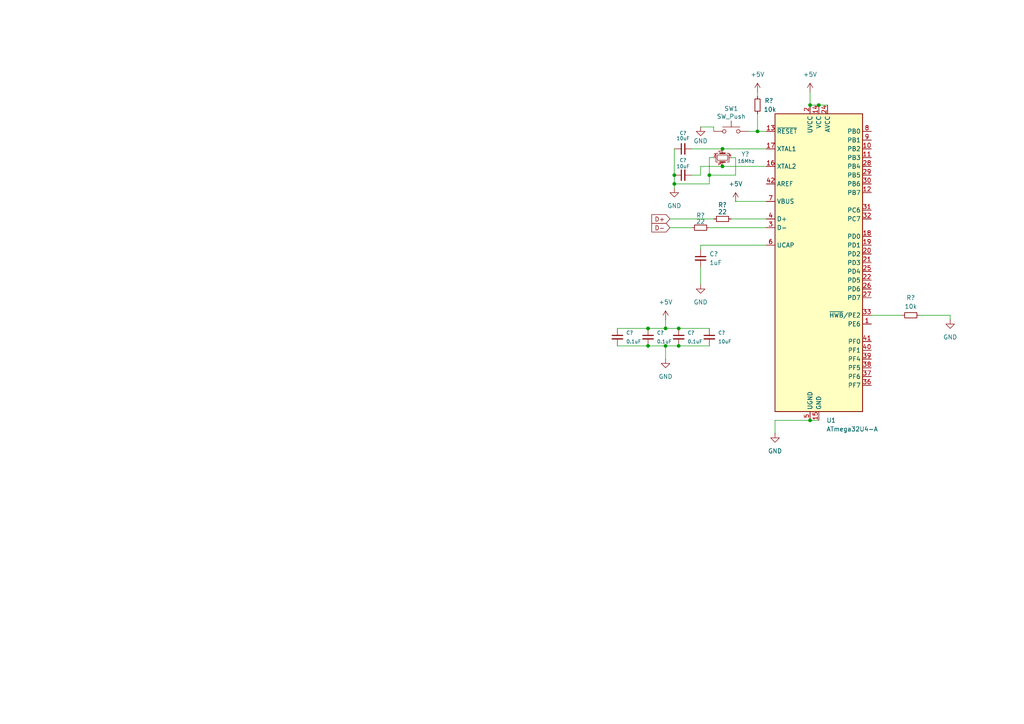
<source format=kicad_sch>
(kicad_sch (version 20231120) (generator "eeschema") (generator_version "8.0")
  (paper "A4")
  (lib_symbols
    (symbol "Device:C_Small" (pin_numbers hide) (pin_names (offset 0.254) hide)
      (property "Reference" "C" (at 0.254 1.778 0))
      (property "Value" "C_Small" (at 0.254 -2.032 0))
      (symbol "C_Small_0_1"
        (polyline (pts (xy -1.524 -0.508) (xy 1.524 -0.508)) (stroke (width 0.3302)))
        (polyline (pts (xy -1.524 0.508) (xy 1.524 0.508)) (stroke (width 0.3048)))
      )
      (symbol "C_Small_1_1"
        (pin passive line (at 0 2.54 270) (length 2.032) (name "~") (number "1"))
        (pin passive line (at 0 -2.54 90) (length 2.032) (name "~") (number "2"))
      )
    )
    (symbol "Device:Crystal_GND24_Small" (pin_names (offset 1.016) hide)
      (property "Reference" "Y" (at 1.27 4.445 0))
      (property "Value" "Crystal_GND24_Small" (at 1.27 2.54 0))
      (symbol "Crystal_GND24_Small_0_1"
        (rectangle (start -0.762 -1.524) (end 0.762 1.524))
        (polyline (pts (xy -1.27 -0.762) (xy -1.27 0.762)) (stroke (width 0.381)))
        (polyline (pts (xy 1.27 -0.762) (xy 1.27 0.762)) (stroke (width 0.381)))
        (polyline (pts (xy -1.27 -1.27) (xy -1.27 -1.905) (xy 1.27 -1.905) (xy 1.27 -1.27)))
        (polyline (pts (xy -1.27 1.27) (xy -1.27 1.905) (xy 1.27 1.905) (xy 1.27 1.27)))
      )
      (symbol "Crystal_GND24_Small_1_1"
        (pin passive line (at -2.54 0 0) (length 1.27) (name "1") (number "1"))
        (pin passive line (at 0 -2.54 90) (length 0.635) (name "2") (number "2"))
        (pin passive line (at 2.54 0 180) (length 1.27) (name "3") (number "3"))
        (pin passive line (at 0 2.54 270) (length 0.635) (name "4") (number "4"))
      )
    )
    (symbol "Device:R_Small" (pin_numbers hide) (pin_names (offset 0.254) hide)
      (property "Reference" "R" (at 0.762 0.508 0))
      (property "Value" "R_Small" (at 0.762 -1.016 0))
      (symbol "R_Small_0_1"
        (rectangle (start -0.762 1.778) (end 0.762 -1.778) (stroke (width 0.2032)))
      )
      (symbol "R_Small_1_1"
        (pin passive line (at 0 2.54 270) (length 0.762) (name "~") (number "1"))
        (pin passive line (at 0 -2.54 90) (length 0.762) (name "~") (number "2"))
      )
    )
    (symbol "MCU_Microchip_ATmega:ATmega32U4-A"
      (property "Reference" "U" (at -12.7 44.45 0))
      (property "Value" "ATmega32U4-A" (at 2.54 -44.45 0))
      (symbol "ATmega32U4-A_0_1"
        (rectangle (start -12.7 -43.18) (end 12.7 43.18) (stroke (width 0.254)) (fill (type background)))
      )
      (symbol "ATmega32U4-A_1_1"
        (pin bidirectional line (at 15.24 -17.78 180) (length 2.54) (name "PE6") (number "1"))
        (pin bidirectional line (at 15.24 33.02 180) (length 2.54) (name "PB2") (number "10"))
        (pin bidirectional line (at 15.24 30.48 180) (length 2.54) (name "PB3") (number "11"))
        (pin bidirectional line (at 15.24 20.32 180) (length 2.54) (name "PB7") (number "12"))
        (pin input line (at -15.24 38.1 0) (length 2.54) (name "~{RESET}") (number "13"))
        (pin power_in line (at 0 45.72 270) (length 2.54) (name "VCC") (number "14"))
        (pin power_in line (at 0 -45.72 90) (length 2.54) (name "GND") (number "15"))
        (pin output line (at -15.24 27.94 0) (length 2.54) (name "XTAL2") (number "16"))
        (pin input line (at -15.24 33.02 0) (length 2.54) (name "XTAL1") (number "17"))
        (pin bidirectional line (at 15.24 7.62 180) (length 2.54) (name "PD0") (number "18"))
        (pin bidirectional line (at 15.24 5.08 180) (length 2.54) (name "PD1") (number "19"))
        (pin power_in line (at -2.54 45.72 270) (length 2.54) (name "UVCC") (number "2"))
        (pin bidirectional line (at 15.24 2.54 180) (length 2.54) (name "PD2") (number "20"))
        (pin bidirectional line (at 15.24 0 180) (length 2.54) (name "PD3") (number "21"))
        (pin bidirectional line (at 15.24 -5.08 180) (length 2.54) (name "PD5") (number "22"))
        (pin passive line (at 0 -45.72 90) (length 2.54) hide (name "GND") (number "23"))
        (pin power_in line (at 2.54 45.72 270) (length 2.54) (name "AVCC") (number "24"))
        (pin bidirectional line (at 15.24 -2.54 180) (length 2.54) (name "PD4") (number "25"))
        (pin bidirectional line (at 15.24 -7.62 180) (length 2.54) (name "PD6") (number "26"))
        (pin bidirectional line (at 15.24 -10.16 180) (length 2.54) (name "PD7") (number "27"))
        (pin bidirectional line (at 15.24 27.94 180) (length 2.54) (name "PB4") (number "28"))
        (pin bidirectional line (at 15.24 25.4 180) (length 2.54) (name "PB5") (number "29"))
        (pin bidirectional line (at -15.24 10.16 0) (length 2.54) (name "D-") (number "3"))
        (pin bidirectional line (at 15.24 22.86 180) (length 2.54) (name "PB6") (number "30"))
        (pin bidirectional line (at 15.24 15.24 180) (length 2.54) (name "PC6") (number "31"))
        (pin bidirectional line (at 15.24 12.7 180) (length 2.54) (name "PC7") (number "32"))
        (pin bidirectional line (at 15.24 -15.24 180) (length 2.54) (name "~{HWB}/PE2") (number "33"))
        (pin passive line (at 0 45.72 270) (length 2.54) hide (name "VCC") (number "34"))
        (pin passive line (at 0 -45.72 90) (length 2.54) hide (name "GND") (number "35"))
        (pin bidirectional line (at 15.24 -35.56 180) (length 2.54) (name "PF7") (number "36"))
        (pin bidirectional line (at 15.24 -33.02 180) (length 2.54) (name "PF6") (number "37"))
        (pin bidirectional line (at 15.24 -30.48 180) (length 2.54) (name "PF5") (number "38"))
        (pin bidirectional line (at 15.24 -27.94 180) (length 2.54) (name "PF4") (number "39"))
        (pin bidirectional line (at -15.24 12.7 0) (length 2.54) (name "D+") (number "4"))
        (pin bidirectional line (at 15.24 -25.4 180) (length 2.54) (name "PF1") (number "40"))
        (pin bidirectional line (at 15.24 -22.86 180) (length 2.54) (name "PF0") (number "41"))
        (pin passive line (at -15.24 22.86 0) (length 2.54) (name "AREF") (number "42"))
        (pin passive line (at 0 -45.72 90) (length 2.54) hide (name "GND") (number "43"))
        (pin passive line (at 2.54 45.72 270) (length 2.54) hide (name "AVCC") (number "44"))
        (pin passive line (at -2.54 -45.72 90) (length 2.54) (name "UGND") (number "5"))
        (pin passive line (at -15.24 5.08 0) (length 2.54) (name "UCAP") (number "6"))
        (pin input line (at -15.24 17.78 0) (length 2.54) (name "VBUS") (number "7"))
        (pin bidirectional line (at 15.24 38.1 180) (length 2.54) (name "PB0") (number "8"))
        (pin bidirectional line (at 15.24 35.56 180) (length 2.54) (name "PB1") (number "9"))
      )
    )
    (symbol "Switch:SW_Push" (pin_numbers hide) (pin_names (offset 1.016) hide)
      (property "Reference" "SW" (at 1.27 2.54 0))
      (property "Value" "SW_Push" (at 0 -1.524 0))
      (symbol "SW_Push_0_1"
        (circle (center -2.032 0) (radius 0.508))
        (polyline (pts (xy 0 1.27) (xy 0 3.048)))
        (polyline (pts (xy 2.54 1.27) (xy -2.54 1.27)))
        (circle (center 2.032 0) (radius 0.508))
        (pin passive line (at -5.08 0 0) (length 2.54) (name "1") (number "1"))
        (pin passive line (at 5.08 0 180) (length 2.54) (name "2") (number "2"))
      )
    )
    (symbol "power:+5V" (power) (pin_numbers hide) (pin_names (offset 0) hide)
      (property "Value" "+5V" (at 0 3.556 0))
      (symbol "+5V_0_1"
        (polyline (pts (xy -0.762 1.27) (xy 0 2.54)))
        (polyline (pts (xy 0 0) (xy 0 2.54)))
        (polyline (pts (xy 0 2.54) (xy 0.762 1.27)))
      )
      (symbol "+5V_1_1"
        (pin power_in line (at 0 0 90) (length 0) (name "~") (number "1"))
      )
    )
    (symbol "power:GND" (power) (pin_numbers hide) (pin_names (offset 0) hide)
      (property "Value" "GND" (at 0 -3.81 0))
      (symbol "GND_0_1"
        (polyline (pts (xy 0 0) (xy 0 -1.27) (xy 1.27 -1.27) (xy 0 -2.54) (xy -1.27 -1.27) (xy 0 -1.27)))
      )
      (symbol "GND_1_1"
        (pin power_in line (at 0 0 270) (length 0) (name "~") (number "1"))
      )
    )
  )
  (junction (at 193.04 100.33))
  (junction (at 187.96 100.33))
  (junction (at 195.58 50.8))
  (junction (at 195.58 53.34))
  (junction (at 196.85 100.33))
  (junction (at 237.49 30.48))
  (junction (at 209.55 48.26))
  (junction (at 219.71 38.1))
  (junction (at 196.85 95.25))
  (junction (at 205.74 50.8))
  (junction (at 234.95 30.48))
  (junction (at 209.55 43.18))
  (junction (at 234.95 121.92))
  (junction (at 187.96 95.25))
  (junction (at 193.04 95.25))
  (wire (pts (xy 200.66 50.8) (xy 203.2 50.8)))
  (wire (pts (xy 207.01 45.72) (xy 205.74 45.72)))
  (wire (pts (xy 219.71 33.02) (xy 219.71 38.1)))
  (wire (pts (xy 212.09 63.5) (xy 222.25 63.5)))
  (wire (pts (xy 207.01 36.83) (xy 207.01 38.1)))
  (wire (pts (xy 234.95 30.48) (xy 237.49 30.48)))
  (wire (pts (xy 213.36 50.8) (xy 213.36 45.72)))
  (wire (pts (xy 213.36 58.42) (xy 222.25 58.42)))
  (wire (pts (xy 217.17 38.1) (xy 219.71 38.1)))
  (wire (pts (xy 205.74 53.34) (xy 195.58 53.34)))
  (wire (pts (xy 205.74 50.8) (xy 213.36 50.8)))
  (wire (pts (xy 205.74 50.8) (xy 205.74 53.34)))
  (wire (pts (xy 193.04 100.33) (xy 196.85 100.33)))
  (wire (pts (xy 266.7 91.44) (xy 275.59 91.44)))
  (wire (pts (xy 219.71 26.67) (xy 219.71 27.94)))
  (wire (pts (xy 203.2 48.26) (xy 209.55 48.26)))
  (wire (pts (xy 203.2 50.8) (xy 203.2 48.26)))
  (wire (pts (xy 212.09 45.72) (xy 213.36 45.72)))
  (wire (pts (xy 193.04 92.71) (xy 193.04 95.25)))
  (wire (pts (xy 252.73 91.44) (xy 261.62 91.44)))
  (wire (pts (xy 222.25 71.12) (xy 203.2 71.12)))
  (wire (pts (xy 203.2 77.47) (xy 203.2 82.55)))
  (wire (pts (xy 275.59 91.44) (xy 275.59 92.71)))
  (wire (pts (xy 193.04 100.33) (xy 193.04 104.14)))
  (wire (pts (xy 196.85 95.25) (xy 205.74 95.25)))
  (wire (pts (xy 200.66 43.18) (xy 209.55 43.18)))
  (wire (pts (xy 179.07 100.33) (xy 187.96 100.33)))
  (wire (pts (xy 234.95 26.67) (xy 234.95 30.48)))
  (wire (pts (xy 209.55 43.18) (xy 222.25 43.18)))
  (wire (pts (xy 195.58 50.8) (xy 195.58 53.34)))
  (wire (pts (xy 203.2 36.83) (xy 207.01 36.83)))
  (wire (pts (xy 224.79 121.92) (xy 234.95 121.92)))
  (wire (pts (xy 187.96 95.25) (xy 193.04 95.25)))
  (wire (pts (xy 193.04 95.25) (xy 196.85 95.25)))
  (wire (pts (xy 195.58 43.18) (xy 195.58 50.8)))
  (wire (pts (xy 205.74 66.04) (xy 222.25 66.04)))
  (wire (pts (xy 237.49 30.48) (xy 240.03 30.48)))
  (wire (pts (xy 224.79 125.73) (xy 224.79 121.92)))
  (wire (pts (xy 209.55 48.26) (xy 222.25 48.26)))
  (wire (pts (xy 194.31 63.5) (xy 207.01 63.5)))
  (wire (pts (xy 205.74 45.72) (xy 205.74 50.8)))
  (wire (pts (xy 179.07 95.25) (xy 187.96 95.25)))
  (wire (pts (xy 234.95 121.92) (xy 237.49 121.92)))
  (wire (pts (xy 194.31 66.04) (xy 200.66 66.04)))
  (wire (pts (xy 196.85 100.33) (xy 205.74 100.33)))
  (wire (pts (xy 187.96 100.33) (xy 193.04 100.33)))
  (wire (pts (xy 203.2 71.12) (xy 203.2 72.39)))
  (wire (pts (xy 219.71 38.1) (xy 222.25 38.1)))
  (wire (pts (xy 195.58 53.34) (xy 195.58 54.61)))
  (global_label "D-" (shape input) (at 194.31 66.04 180) (property "Intersheetrefs" "${INTERSHEET_REFS}" (effects (hide yes))))
  (global_label "D+" (shape input) (at 194.31 63.5 180) (property "Intersheetrefs" "${INTERSHEET_REFS}" (effects (hide yes))))
  (symbol (lib_id "Device:C_Small") (at 187.96 97.79 0) (unit 1)
    (property "Reference" "C?" (at 190.5 96.5262 0) (effects (font (size 1.016 1.016)) (justify left)))
    (property "Value" "0.1uF" (at 190.5 99.0662 0) (effects (font (size 1.016 1.016)) (justify left)))
    (property "Description" "Unpolarized capacitor, small symbol" (effects (hide yes)))
  )
  (symbol (lib_id "power:+5V") (at 213.36 58.42 0) (unit 1)
    (property "Reference" "#PWR07" (effects (hide yes)))
    (property "Value" "+5V" (at 213.36 53.34 0))
    (property "Description" "Power symbol creates a global label with name \"+5V\"" (effects (hide yes)))
  )
  (symbol (lib_id "Device:R_Small") (at 219.71 30.48 0) (unit 1)
    (property "Reference" "R?" (at 221.742 29.21 0) (effects (justify left)))
    (property "Value" "10k" (at 221.488 31.75 0) (effects (justify left)))
    (property "Description" "Resistor, small symbol" (effects (hide yes)))
  )
  (symbol (lib_id "Device:C_Small") (at 179.07 97.79 0) (unit 1)
    (property "Reference" "C?" (at 181.61 96.5262 0) (effects (font (size 1.016 1.016)) (justify left)))
    (property "Value" "0.1uF" (at 181.61 99.0662 0) (effects (font (size 1.016 1.016)) (justify left)))
    (property "Description" "Unpolarized capacitor, small symbol" (effects (hide yes)))
  )
  (symbol (lib_id "Device:R_Small") (at 264.16 91.44 90) (unit 1)
    (property "Reference" "R?" (at 264.16 86.36 90))
    (property "Value" "10k" (at 264.16 88.9 90))
    (property "Description" "Resistor, small symbol" (effects (hide yes)))
  )
  (symbol (lib_id "power:GND") (at 203.2 82.55 0) (unit 1)
    (property "Reference" "#PWR04" (effects (hide yes)))
    (property "Value" "GND" (at 203.2 87.63 0))
    (property "Description" "Power symbol creates a global label with name \"GND\" , ground" (effects (hide yes)))
  )
  (symbol (lib_id "Device:R_Small") (at 203.2 66.04 270) (unit 1)
    (property "Reference" "R?" (at 203.2 62.484 90))
    (property "Value" "22" (at 203.2 64.262 90))
    (property "Description" "Resistor, small symbol" (effects (hide yes)))
  )
  (symbol (lib_id "power:GND") (at 224.79 125.73 0) (unit 1)
    (property "Reference" "#PWR02" (effects (hide yes)))
    (property "Value" "GND" (at 224.79 130.81 0))
    (property "Description" "Power symbol creates a global label with name \"GND\" , ground" (effects (hide yes)))
  )
  (symbol (lib_id "power:GND") (at 193.04 104.14 0) (unit 1)
    (property "Reference" "#PWR06" (effects (hide yes)))
    (property "Value" "GND" (at 193.04 109.22 0))
    (property "Description" "Power symbol creates a global label with name \"GND\" , ground" (effects (hide yes)))
  )
  (symbol (lib_id "Device:C_Small") (at 196.85 97.79 0) (unit 1)
    (property "Reference" "C?" (at 199.39 96.5262 0) (effects (font (size 1.016 1.016)) (justify left)))
    (property "Value" "0.1uF" (at 199.39 99.0662 0) (effects (font (size 1.016 1.016)) (justify left)))
    (property "Description" "Unpolarized capacitor, small symbol" (effects (hide yes)))
  )
  (symbol (lib_id "Switch:SW_Push") (at 212.09 38.1 0) (unit 1)
    (property "Reference" "SW1" (at 212.09 31.496 0))
    (property "Value" "SW_Push" (at 212.09 33.782 0))
    (property "Description" "Push button switch, generic, two pins" (effects (hide yes)))
  )
  (symbol (lib_id "power:GND") (at 195.58 54.61 0) (unit 1)
    (property "Reference" "#PWR08" (effects (hide yes)))
    (property "Value" "GND" (at 195.58 59.69 0))
    (property "Description" "Power symbol creates a global label with name \"GND\" , ground" (effects (hide yes)))
  )
  (symbol (lib_id "Device:C_Small") (at 203.2 74.93 0) (unit 1)
    (property "Reference" "C?" (at 205.74 73.6662 0) (effects (justify left)))
    (property "Value" "1uF" (at 205.74 76.2062 0) (effects (justify left)))
    (property "Description" "Unpolarized capacitor, small symbol" (effects (hide yes)))
  )
  (symbol (lib_id "Device:C_Small") (at 205.74 97.79 0) (unit 1)
    (property "Reference" "C?" (at 208.28 96.5262 0) (effects (font (size 1.016 1.016)) (justify left)))
    (property "Value" "10uF" (at 208.28 99.0662 0) (effects (font (size 1.016 1.016)) (justify left)))
    (property "Description" "Unpolarized capacitor, small symbol" (effects (hide yes)))
  )
  (symbol (lib_id "Device:C_Small") (at 198.12 50.8 90) (unit 1)
    (property "Reference" "C?" (at 198.12 46.482 90) (effects (font (size 1.016 1.016))))
    (property "Value" "10uF" (at 198.12 48.26 90) (effects (font (size 1.016 1.016))))
    (property "Description" "Unpolarized capacitor, small symbol" (effects (hide yes)))
  )
  (symbol (lib_id "power:+5V") (at 219.71 26.67 0) (unit 1)
    (property "Reference" "#PWR010" (effects (hide yes)))
    (property "Value" "+5V" (at 219.71 21.59 0))
    (property "Description" "Power symbol creates a global label with name \"+5V\"" (effects (hide yes)))
  )
  (symbol (lib_id "Device:Crystal_GND24_Small") (at 209.55 45.72 270) (unit 1)
    (property "Reference" "Y?" (at 216.154 44.704 90))
    (property "Value" "16Mhz" (at 216.408 46.736 90) (effects (font (size 1.016 1.016))))
    (property "Description" "Four pin crystal, GND on pins 2 and 4, small symbol" (effects (hide yes)))
  )
  (symbol (lib_id "power:+5V") (at 193.04 92.71 0) (unit 1)
    (property "Reference" "#PWR05" (effects (hide yes)))
    (property "Value" "+5V" (at 193.04 87.63 0))
    (property "Description" "Power symbol creates a global label with name \"+5V\"" (effects (hide yes)))
  )
  (symbol (lib_id "power:+5V") (at 234.95 26.67 0) (unit 1)
    (property "Reference" "#PWR01" (effects (hide yes)))
    (property "Value" "+5V" (at 234.95 21.59 0))
    (property "Description" "Power symbol creates a global label with name \"+5V\"" (effects (hide yes)))
  )
  (symbol (lib_id "Device:R_Small") (at 209.55 63.5 270) (unit 1)
    (property "Reference" "R?" (at 209.55 59.436 90))
    (property "Value" "22" (at 209.55 61.468 90))
    (property "Description" "Resistor, small symbol" (effects (hide yes)))
  )
  (symbol (lib_id "power:GND") (at 203.2 36.83 0) (unit 1)
    (property "Reference" "#PWR09" (effects (hide yes)))
    (property "Value" "GND" (at 203.2 40.894 0))
    (property "Description" "Power symbol creates a global label with name \"GND\" , ground" (effects (hide yes)))
  )
  (symbol (lib_id "Device:C_Small") (at 198.12 43.18 90) (unit 1)
    (property "Reference" "C?" (at 198.12 38.608 90) (effects (font (size 1.016 1.016))))
    (property "Value" "10uF" (at 198.12 40.132 90) (effects (font (size 1.016 1.016))))
    (property "Description" "Unpolarized capacitor, small symbol" (effects (hide yes)))
  )
  (symbol (lib_id "power:GND") (at 275.59 92.71 0) (unit 1)
    (property "Reference" "#PWR03" (effects (hide yes)))
    (property "Value" "GND" (at 275.59 97.79 0))
    (property "Description" "Power symbol creates a global label with name \"GND\" , ground" (effects (hide yes)))
  )
  (symbol (lib_id "MCU_Microchip_ATmega:ATmega32U4-A") (at 237.49 76.2 0) (unit 1)
    (property "Reference" "U1" (at 239.6841 121.92 0) (effects (justify left)))
    (property "Value" "ATmega32U4-A" (at 239.6841 124.46 0) (effects (justify left)))
    (property "Footprint" "Package_QFP:TQFP-44_10x10mm_P0.8mm" (effects (hide yes)))
    (property "Datasheet" "http://ww1.microchip.com/downloads/en/DeviceDoc/Atmel-7766-8-bit-AVR-ATmega16U4-32U4_Datasheet.pdf" (effects (hide yes)))
    (property "Description" "16MHz, 32kB Flash, 2.5kB SRAM, 1kB EEPROM, USB 2.0, TQFP-44" (effects (hide yes)))
  )
)
</source>
